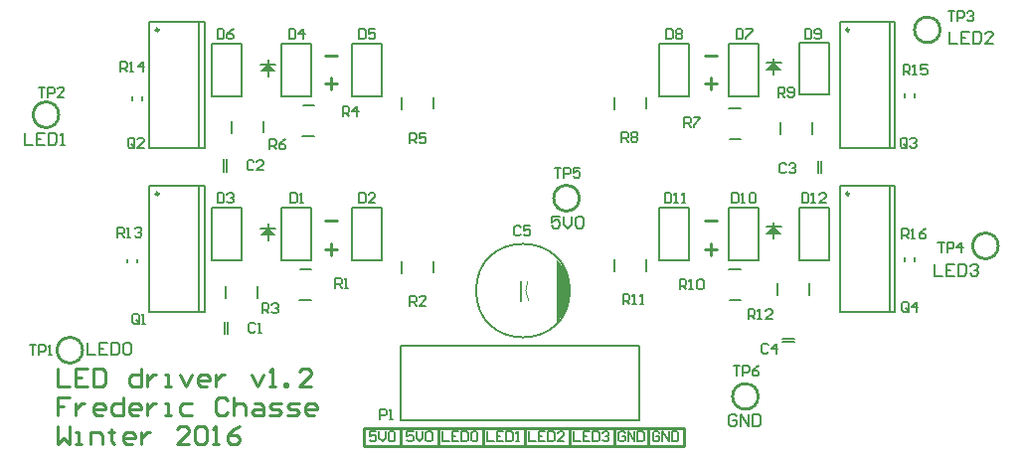
<source format=gto>
G04 Layer_Color=65535*
%FSLAX23Y23*%
%MOIN*%
G70*
G01*
G75*
%ADD24C,0.010*%
%ADD25C,0.010*%
%ADD26C,0.004*%
%ADD27C,0.005*%
%ADD28C,0.008*%
G36*
X1143Y725D02*
X1087Y725D01*
X1115Y752D01*
X1143Y725D01*
D02*
G37*
G36*
X2096Y633D02*
Y627D01*
X2109Y614D01*
Y605D01*
X2110D01*
X2114Y601D01*
Y593D01*
X2121Y586D01*
Y567D01*
X2125Y563D01*
Y512D01*
X2120Y507D01*
Y492D01*
X2113Y485D01*
X2114Y484D01*
Y475D01*
X2105Y466D01*
Y460D01*
X2094Y449D01*
Y443D01*
X2085Y434D01*
X2084D01*
Y645D01*
X2096Y633D01*
D02*
G37*
G36*
X2838Y730D02*
X2783Y730D01*
X2810Y757D01*
X2838Y730D01*
D02*
G37*
G36*
Y1280D02*
X2783Y1280D01*
X2810Y1308D01*
X2838Y1280D01*
D02*
G37*
G36*
X1143Y1275D02*
X1087Y1275D01*
X1115Y1303D01*
X1143Y1275D01*
D02*
G37*
D24*
X2758Y185D02*
G03*
X2758Y185I-43J0D01*
G01*
X2158Y850D02*
G03*
X2158Y850I-43J0D01*
G01*
X3563Y690D02*
G03*
X3563Y690I-43J0D01*
G01*
X3368Y1415D02*
G03*
X3368Y1415I-43J0D01*
G01*
X413Y1130D02*
G03*
X413Y1130I-43J0D01*
G01*
X493Y340D02*
G03*
X493Y340I-43J0D01*
G01*
X2580Y775D02*
X2620D01*
X2580Y680D02*
X2620D01*
X2600Y660D02*
Y700D01*
X2580Y1330D02*
X2620D01*
X2580Y1235D02*
X2620D01*
X2600Y1215D02*
Y1255D01*
X2390Y20D02*
Y80D01*
X2510Y20D02*
Y80D01*
X2275Y20D02*
Y80D01*
X2125Y20D02*
Y80D01*
X1975Y20D02*
Y80D01*
X1835Y20D02*
Y80D01*
X1685Y20D02*
Y80D01*
X1435Y20D02*
Y80D01*
X1560Y20D02*
Y80D01*
X1435Y20D02*
X2510D01*
X1435Y80D02*
X2510D01*
X1325Y660D02*
Y700D01*
X1305Y680D02*
X1345D01*
X1305Y775D02*
X1345D01*
X1305Y1330D02*
X1345D01*
X1305Y1235D02*
X1345D01*
X1325Y1215D02*
Y1255D01*
X410Y277D02*
Y217D01*
X450D01*
X510Y277D02*
X470D01*
Y217D01*
X510D01*
X470Y247D02*
X490D01*
X530Y277D02*
Y217D01*
X560D01*
X570Y227D01*
Y267D01*
X560Y277D01*
X530D01*
X690D02*
Y217D01*
X660D01*
X650Y227D01*
Y247D01*
X660Y257D01*
X690D01*
X710D02*
Y217D01*
Y237D01*
X720Y247D01*
X730Y257D01*
X740D01*
X770Y217D02*
X790D01*
X780D01*
Y257D01*
X770D01*
X820D02*
X840Y217D01*
X860Y257D01*
X910Y217D02*
X890D01*
X880Y227D01*
Y247D01*
X890Y257D01*
X910D01*
X920Y247D01*
Y237D01*
X880D01*
X940Y257D02*
Y217D01*
Y237D01*
X950Y247D01*
X960Y257D01*
X970D01*
X1060D02*
X1080Y217D01*
X1100Y257D01*
X1120Y217D02*
X1140D01*
X1130D01*
Y277D01*
X1120Y267D01*
X1170Y217D02*
Y227D01*
X1180D01*
Y217D01*
X1170D01*
X1260D02*
X1220D01*
X1260Y257D01*
Y267D01*
X1250Y277D01*
X1230D01*
X1220Y267D01*
X450Y181D02*
X410D01*
Y151D01*
X430D01*
X410D01*
Y121D01*
X470Y161D02*
Y121D01*
Y141D01*
X480Y151D01*
X490Y161D01*
X500D01*
X560Y121D02*
X540D01*
X530Y131D01*
Y151D01*
X540Y161D01*
X560D01*
X570Y151D01*
Y141D01*
X530D01*
X630Y181D02*
Y121D01*
X600D01*
X590Y131D01*
Y151D01*
X600Y161D01*
X630D01*
X680Y121D02*
X660D01*
X650Y131D01*
Y151D01*
X660Y161D01*
X680D01*
X690Y151D01*
Y141D01*
X650D01*
X710Y161D02*
Y121D01*
Y141D01*
X720Y151D01*
X730Y161D01*
X740D01*
X770Y121D02*
X790D01*
X780D01*
Y161D01*
X770D01*
X860D02*
X830D01*
X820Y151D01*
Y131D01*
X830Y121D01*
X860D01*
X980Y171D02*
X970Y181D01*
X950D01*
X940Y171D01*
Y131D01*
X950Y121D01*
X970D01*
X980Y131D01*
X1000Y181D02*
Y121D01*
Y151D01*
X1010Y161D01*
X1030D01*
X1040Y151D01*
Y121D01*
X1070Y161D02*
X1090D01*
X1100Y151D01*
Y121D01*
X1070D01*
X1060Y131D01*
X1070Y141D01*
X1100D01*
X1120Y121D02*
X1150D01*
X1160Y131D01*
X1150Y141D01*
X1130D01*
X1120Y151D01*
X1130Y161D01*
X1160D01*
X1180Y121D02*
X1210D01*
X1220Y131D01*
X1210Y141D01*
X1190D01*
X1180Y151D01*
X1190Y161D01*
X1220D01*
X1270Y121D02*
X1250D01*
X1240Y131D01*
Y151D01*
X1250Y161D01*
X1270D01*
X1280Y151D01*
Y141D01*
X1240D01*
X410Y85D02*
Y25D01*
X430Y45D01*
X450Y25D01*
Y85D01*
X470Y25D02*
X490D01*
X480D01*
Y65D01*
X470D01*
X520Y25D02*
Y65D01*
X550D01*
X560Y55D01*
Y25D01*
X590Y75D02*
Y65D01*
X580D01*
X600D01*
X590D01*
Y35D01*
X600Y25D01*
X660D02*
X640D01*
X630Y35D01*
Y55D01*
X640Y65D01*
X660D01*
X670Y55D01*
Y45D01*
X630D01*
X690Y65D02*
Y25D01*
Y45D01*
X700Y55D01*
X710Y65D01*
X720D01*
X850Y25D02*
X810D01*
X850Y65D01*
Y75D01*
X840Y85D01*
X820D01*
X810Y75D01*
X870D02*
X880Y85D01*
X900D01*
X910Y75D01*
Y35D01*
X900Y25D01*
X880D01*
X870Y35D01*
Y75D01*
X930Y25D02*
X950D01*
X940D01*
Y85D01*
X930Y75D01*
X1020Y85D02*
X1000Y75D01*
X980Y55D01*
Y35D01*
X990Y25D01*
X1010D01*
X1020Y35D01*
Y45D01*
X1010Y55D01*
X980D01*
D25*
X3063Y865D02*
G03*
X3063Y865I-5J0D01*
G01*
Y1415D02*
G03*
X3063Y1415I-5J0D01*
G01*
X748D02*
G03*
X748Y1415I-5J0D01*
G01*
Y865D02*
G03*
X748Y865I-5J0D01*
G01*
D26*
X1985Y571D02*
G03*
X1987Y508I62J-29D01*
G01*
D27*
X2126Y540D02*
G03*
X2126Y540I-157J0D01*
G01*
X2425Y817D02*
X2525D01*
X2425Y643D02*
Y817D01*
Y643D02*
X2525D01*
Y817D01*
X2660D02*
X2760D01*
X2660Y643D02*
Y817D01*
Y643D02*
X2760D01*
Y817D01*
X2425Y1367D02*
X2525D01*
X2425Y1193D02*
Y1367D01*
Y1193D02*
X2525D01*
Y1367D01*
X2660D02*
X2760D01*
X2660Y1193D02*
Y1367D01*
Y1193D02*
X2760D01*
Y1367D01*
X1395D02*
X1495D01*
X1395Y1193D02*
Y1367D01*
Y1193D02*
X1495D01*
Y1367D01*
X1160D02*
X1260D01*
X1160Y1193D02*
Y1367D01*
Y1193D02*
X1260D01*
Y1367D01*
X1395Y817D02*
X1495D01*
X1395Y643D02*
Y817D01*
Y643D02*
X1495D01*
Y817D01*
X1160D02*
X1260D01*
X1160Y643D02*
Y817D01*
Y643D02*
X1260D01*
Y817D01*
X2383Y606D02*
Y644D01*
X2277Y605D02*
Y645D01*
X2383Y1151D02*
Y1189D01*
X2277Y1150D02*
Y1190D01*
X1668Y1151D02*
Y1189D01*
X1562Y1150D02*
Y1190D01*
X1668Y601D02*
Y639D01*
X1562Y600D02*
Y640D01*
X2660Y613D02*
X2700D01*
X2661Y507D02*
X2699D01*
X2660Y1153D02*
X2700D01*
X2661Y1047D02*
X2699D01*
X1230Y1057D02*
X1270D01*
X1231Y1163D02*
X1269D01*
X1220Y507D02*
X1260D01*
X1221Y613D02*
X1259D01*
X980Y395D02*
Y436D01*
X970Y395D02*
Y436D01*
X975Y940D02*
Y981D01*
X965Y940D02*
Y981D01*
X2960Y934D02*
Y975D01*
X2970Y934D02*
Y975D01*
X2839Y380D02*
X2880D01*
X2839Y370D02*
X2880D01*
X1961Y506D02*
Y573D01*
X676Y634D02*
Y646D01*
X644Y634D02*
Y646D01*
X691Y1179D02*
Y1191D01*
X659Y1179D02*
Y1191D01*
X3281Y1189D02*
Y1201D01*
X3249Y1189D02*
Y1201D01*
X3281Y639D02*
Y651D01*
X3249Y639D02*
Y651D01*
X1115Y1260D02*
Y1280D01*
X1090Y1300D02*
X1140D01*
X1115D02*
Y1315D01*
Y750D02*
Y765D01*
X1090Y750D02*
X1140D01*
X1115Y710D02*
Y730D01*
X2810Y1305D02*
Y1320D01*
X2785Y1305D02*
X2835D01*
X2810Y1265D02*
Y1285D01*
Y755D02*
Y770D01*
X2785Y755D02*
X2835D01*
X2810Y715D02*
Y735D01*
X925Y817D02*
X1025D01*
X925Y643D02*
Y817D01*
Y643D02*
X1025D01*
Y817D01*
X925Y1367D02*
X1025D01*
X925Y1193D02*
Y1367D01*
Y1193D02*
X1025D01*
Y1367D01*
X2895Y1372D02*
X2995D01*
X2895Y1198D02*
Y1372D01*
Y1198D02*
X2995D01*
Y1372D01*
X2895Y817D02*
X2995D01*
X2895Y643D02*
Y817D01*
Y643D02*
X2995D01*
Y817D01*
X1078Y516D02*
Y554D01*
X972Y515D02*
Y555D01*
X1098Y1071D02*
Y1109D01*
X992Y1070D02*
Y1110D01*
X2938Y1066D02*
Y1104D01*
X2832Y1065D02*
Y1105D01*
X2928Y526D02*
Y564D01*
X2822Y525D02*
Y565D01*
X3240Y715D02*
Y747D01*
X3256D01*
X3261Y742D01*
Y731D01*
X3256Y726D01*
X3240D01*
X3251D02*
X3261Y715D01*
X3272D02*
X3283D01*
X3277D01*
Y747D01*
X3272Y742D01*
X3320Y747D02*
X3309Y742D01*
X3299Y731D01*
Y720D01*
X3304Y715D01*
X3315D01*
X3320Y720D01*
Y726D01*
X3315Y731D01*
X3299D01*
X3245Y1265D02*
Y1297D01*
X3261D01*
X3266Y1292D01*
Y1281D01*
X3261Y1276D01*
X3245D01*
X3256D02*
X3266Y1265D01*
X3277D02*
X3288D01*
X3282D01*
Y1297D01*
X3277Y1292D01*
X3325Y1297D02*
X3304D01*
Y1281D01*
X3314Y1286D01*
X3320D01*
X3325Y1281D01*
Y1270D01*
X3320Y1265D01*
X3309D01*
X3304Y1270D01*
X620Y1275D02*
Y1307D01*
X636D01*
X641Y1302D01*
Y1291D01*
X636Y1286D01*
X620D01*
X631D02*
X641Y1275D01*
X652D02*
X663D01*
X657D01*
Y1307D01*
X652Y1302D01*
X695Y1275D02*
Y1307D01*
X679Y1291D01*
X700D01*
X610Y720D02*
Y752D01*
X626D01*
X631Y747D01*
Y736D01*
X626Y731D01*
X610D01*
X621D02*
X631Y720D01*
X642D02*
X653D01*
X647D01*
Y752D01*
X642Y747D01*
X669D02*
X674Y752D01*
X685D01*
X690Y747D01*
Y741D01*
X685Y736D01*
X679D01*
X685D01*
X690Y731D01*
Y725D01*
X685Y720D01*
X674D01*
X669Y725D01*
X1961Y752D02*
X1956Y757D01*
X1945D01*
X1940Y752D01*
Y730D01*
X1945Y725D01*
X1956D01*
X1961Y730D01*
X1993Y757D02*
X1972D01*
Y741D01*
X1983Y746D01*
X1988D01*
X1993Y741D01*
Y730D01*
X1988Y725D01*
X1977D01*
X1972Y730D01*
X2791Y357D02*
X2786Y362D01*
X2775D01*
X2770Y357D01*
Y335D01*
X2775Y330D01*
X2786D01*
X2791Y335D01*
X2818Y330D02*
Y362D01*
X2802Y346D01*
X2823D01*
X2851Y962D02*
X2846Y967D01*
X2835D01*
X2830Y962D01*
Y940D01*
X2835Y935D01*
X2846D01*
X2851Y940D01*
X2862Y962D02*
X2867Y967D01*
X2878D01*
X2883Y962D01*
Y956D01*
X2878Y951D01*
X2873D01*
X2878D01*
X2883Y946D01*
Y940D01*
X2878Y935D01*
X2867D01*
X2862Y940D01*
X1066Y972D02*
X1061Y977D01*
X1050D01*
X1045Y972D01*
Y950D01*
X1050Y945D01*
X1061D01*
X1066Y950D01*
X1098Y945D02*
X1077D01*
X1098Y966D01*
Y972D01*
X1093Y977D01*
X1082D01*
X1077Y972D01*
X1071Y427D02*
X1066Y432D01*
X1055D01*
X1050Y427D01*
Y405D01*
X1055Y400D01*
X1066D01*
X1071Y405D01*
X1082Y400D02*
X1093D01*
X1087D01*
Y432D01*
X1082Y427D01*
X1490Y110D02*
Y142D01*
X1506D01*
X1511Y137D01*
Y126D01*
X1506Y121D01*
X1490D01*
X1522Y110D02*
X1533D01*
X1527D01*
Y142D01*
X1522Y137D01*
X681Y435D02*
Y457D01*
X676Y462D01*
X665D01*
X660Y457D01*
Y435D01*
X665Y430D01*
X676D01*
X671Y441D02*
X681Y430D01*
X676D02*
X681Y435D01*
X692Y430D02*
X703D01*
X697D01*
Y462D01*
X692Y457D01*
X666Y1025D02*
Y1047D01*
X661Y1052D01*
X650D01*
X645Y1047D01*
Y1025D01*
X650Y1020D01*
X661D01*
X656Y1031D02*
X666Y1020D01*
X661D02*
X666Y1025D01*
X698Y1020D02*
X677D01*
X698Y1041D01*
Y1047D01*
X693Y1052D01*
X682D01*
X677Y1047D01*
X3256Y1025D02*
Y1047D01*
X3251Y1052D01*
X3240D01*
X3235Y1047D01*
Y1025D01*
X3240Y1020D01*
X3251D01*
X3246Y1031D02*
X3256Y1020D01*
X3251D02*
X3256Y1025D01*
X3267Y1047D02*
X3272Y1052D01*
X3283D01*
X3288Y1047D01*
Y1041D01*
X3283Y1036D01*
X3278D01*
X3283D01*
X3288Y1031D01*
Y1025D01*
X3283Y1020D01*
X3272D01*
X3267Y1025D01*
X3261Y475D02*
Y497D01*
X3256Y502D01*
X3245D01*
X3240Y497D01*
Y475D01*
X3245Y470D01*
X3256D01*
X3251Y481D02*
X3261Y470D01*
X3256D02*
X3261Y475D01*
X3288Y470D02*
Y502D01*
X3272Y486D01*
X3293D01*
X1340Y550D02*
Y582D01*
X1356D01*
X1361Y577D01*
Y566D01*
X1356Y561D01*
X1340D01*
X1351D02*
X1361Y550D01*
X1372D02*
X1383D01*
X1377D01*
Y582D01*
X1372Y577D01*
X1365Y1125D02*
Y1157D01*
X1381D01*
X1386Y1152D01*
Y1141D01*
X1381Y1136D01*
X1365D01*
X1376D02*
X1386Y1125D01*
X1413D02*
Y1157D01*
X1397Y1141D01*
X1418D01*
X2510Y1090D02*
Y1122D01*
X2526D01*
X2531Y1117D01*
Y1106D01*
X2526Y1101D01*
X2510D01*
X2521D02*
X2531Y1090D01*
X2542Y1122D02*
X2563D01*
Y1117D01*
X2542Y1095D01*
Y1090D01*
X2495Y545D02*
Y577D01*
X2511D01*
X2516Y572D01*
Y561D01*
X2511Y556D01*
X2495D01*
X2506D02*
X2516Y545D01*
X2527D02*
X2538D01*
X2532D01*
Y577D01*
X2527Y572D01*
X2554D02*
X2559Y577D01*
X2570D01*
X2575Y572D01*
Y550D01*
X2570Y545D01*
X2559D01*
X2554Y550D01*
Y572D01*
X315Y357D02*
X336D01*
X326D01*
Y325D01*
X347D02*
Y357D01*
X363D01*
X368Y352D01*
Y341D01*
X363Y336D01*
X347D01*
X379Y325D02*
X390D01*
X384D01*
Y357D01*
X379Y352D01*
X345Y1222D02*
X366D01*
X356D01*
Y1190D01*
X377D02*
Y1222D01*
X393D01*
X398Y1217D01*
Y1206D01*
X393Y1201D01*
X377D01*
X430Y1190D02*
X409D01*
X430Y1211D01*
Y1217D01*
X425Y1222D01*
X414D01*
X409Y1217D01*
X3395Y1477D02*
X3416D01*
X3406D01*
Y1445D01*
X3427D02*
Y1477D01*
X3443D01*
X3448Y1472D01*
Y1461D01*
X3443Y1456D01*
X3427D01*
X3459Y1472D02*
X3464Y1477D01*
X3475D01*
X3480Y1472D01*
Y1466D01*
X3475Y1461D01*
X3470D01*
X3475D01*
X3480Y1456D01*
Y1450D01*
X3475Y1445D01*
X3464D01*
X3459Y1450D01*
X3360Y702D02*
X3381D01*
X3371D01*
Y670D01*
X3392D02*
Y702D01*
X3408D01*
X3413Y697D01*
Y686D01*
X3408Y681D01*
X3392D01*
X3440Y670D02*
Y702D01*
X3424Y686D01*
X3445D01*
X2075Y952D02*
X2096D01*
X2086D01*
Y920D01*
X2107D02*
Y952D01*
X2123D01*
X2128Y947D01*
Y936D01*
X2123Y931D01*
X2107D01*
X2160Y952D02*
X2139D01*
Y936D01*
X2150Y941D01*
X2155D01*
X2160Y936D01*
Y925D01*
X2155Y920D01*
X2144D01*
X2139Y925D01*
X2675Y287D02*
X2696D01*
X2686D01*
Y255D01*
X2707D02*
Y287D01*
X2723D01*
X2728Y282D01*
Y271D01*
X2723Y266D01*
X2707D01*
X2760Y287D02*
X2750Y282D01*
X2739Y271D01*
Y260D01*
X2744Y255D01*
X2755D01*
X2760Y260D01*
Y266D01*
X2755Y271D01*
X2739D01*
X1590Y490D02*
Y522D01*
X1606D01*
X1611Y517D01*
Y506D01*
X1606Y501D01*
X1590D01*
X1601D02*
X1611Y490D01*
X1643D02*
X1622D01*
X1643Y511D01*
Y517D01*
X1638Y522D01*
X1627D01*
X1622Y517D01*
X1590Y1035D02*
Y1067D01*
X1606D01*
X1611Y1062D01*
Y1051D01*
X1606Y1046D01*
X1590D01*
X1601D02*
X1611Y1035D01*
X1643Y1067D02*
X1622D01*
Y1051D01*
X1633Y1056D01*
X1638D01*
X1643Y1051D01*
Y1040D01*
X1638Y1035D01*
X1627D01*
X1622Y1040D01*
X2300Y1040D02*
Y1072D01*
X2316D01*
X2321Y1067D01*
Y1056D01*
X2316Y1051D01*
X2300D01*
X2311D02*
X2321Y1040D01*
X2332Y1067D02*
X2337Y1072D01*
X2348D01*
X2353Y1067D01*
Y1061D01*
X2348Y1056D01*
X2353Y1051D01*
Y1045D01*
X2348Y1040D01*
X2337D01*
X2332Y1045D01*
Y1051D01*
X2337Y1056D01*
X2332Y1061D01*
Y1067D01*
X2337Y1056D02*
X2348D01*
X2305Y495D02*
Y527D01*
X2321D01*
X2326Y522D01*
Y511D01*
X2321Y506D01*
X2305D01*
X2316D02*
X2326Y495D01*
X2337D02*
X2348D01*
X2342D01*
Y527D01*
X2337Y522D01*
X2364Y495D02*
X2374D01*
X2369D01*
Y527D01*
X2364Y522D01*
X1190Y867D02*
Y835D01*
X1206D01*
X1211Y840D01*
Y862D01*
X1206Y867D01*
X1190D01*
X1222Y835D02*
X1233D01*
X1227D01*
Y867D01*
X1222Y862D01*
X1420Y867D02*
Y835D01*
X1436D01*
X1441Y840D01*
Y862D01*
X1436Y867D01*
X1420D01*
X1473Y835D02*
X1452D01*
X1473Y856D01*
Y862D01*
X1468Y867D01*
X1457D01*
X1452Y862D01*
X1185Y1417D02*
Y1385D01*
X1201D01*
X1206Y1390D01*
Y1412D01*
X1201Y1417D01*
X1185D01*
X1233Y1385D02*
Y1417D01*
X1217Y1401D01*
X1238D01*
X1420Y1417D02*
Y1385D01*
X1436D01*
X1441Y1390D01*
Y1412D01*
X1436Y1417D01*
X1420D01*
X1473D02*
X1452D01*
Y1401D01*
X1463Y1406D01*
X1468D01*
X1473Y1401D01*
Y1390D01*
X1468Y1385D01*
X1457D01*
X1452Y1390D01*
X2685Y1417D02*
Y1385D01*
X2701D01*
X2706Y1390D01*
Y1412D01*
X2701Y1417D01*
X2685D01*
X2717D02*
X2738D01*
Y1412D01*
X2717Y1390D01*
Y1385D01*
X2450Y1417D02*
Y1385D01*
X2466D01*
X2471Y1390D01*
Y1412D01*
X2466Y1417D01*
X2450D01*
X2482Y1412D02*
X2487Y1417D01*
X2498D01*
X2503Y1412D01*
Y1406D01*
X2498Y1401D01*
X2503Y1396D01*
Y1390D01*
X2498Y1385D01*
X2487D01*
X2482Y1390D01*
Y1396D01*
X2487Y1401D01*
X2482Y1406D01*
Y1412D01*
X2487Y1401D02*
X2498D01*
X2670Y867D02*
Y835D01*
X2686D01*
X2691Y840D01*
Y862D01*
X2686Y867D01*
X2670D01*
X2702Y835D02*
X2713D01*
X2707D01*
Y867D01*
X2702Y862D01*
X2729D02*
X2734Y867D01*
X2745D01*
X2750Y862D01*
Y840D01*
X2745Y835D01*
X2734D01*
X2729Y840D01*
Y862D01*
X2445Y867D02*
Y835D01*
X2461D01*
X2466Y840D01*
Y862D01*
X2461Y867D01*
X2445D01*
X2477Y835D02*
X2488D01*
X2482D01*
Y867D01*
X2477Y862D01*
X2504Y835D02*
X2514D01*
X2509D01*
Y867D01*
X2504Y862D01*
X945Y867D02*
Y835D01*
X961D01*
X966Y840D01*
Y862D01*
X961Y867D01*
X945D01*
X977Y862D02*
X982Y867D01*
X993D01*
X998Y862D01*
Y856D01*
X993Y851D01*
X988D01*
X993D01*
X998Y846D01*
Y840D01*
X993Y835D01*
X982D01*
X977Y840D01*
X945Y1417D02*
Y1385D01*
X961D01*
X966Y1390D01*
Y1412D01*
X961Y1417D01*
X945D01*
X998D02*
X988Y1412D01*
X977Y1401D01*
Y1390D01*
X982Y1385D01*
X993D01*
X998Y1390D01*
Y1396D01*
X993Y1401D01*
X977D01*
X2915Y1417D02*
Y1385D01*
X2931D01*
X2936Y1390D01*
Y1412D01*
X2931Y1417D01*
X2915D01*
X2947Y1390D02*
X2952Y1385D01*
X2963D01*
X2968Y1390D01*
Y1412D01*
X2963Y1417D01*
X2952D01*
X2947Y1412D01*
Y1406D01*
X2952Y1401D01*
X2968D01*
X2905Y867D02*
Y835D01*
X2921D01*
X2926Y840D01*
Y862D01*
X2921Y867D01*
X2905D01*
X2937Y835D02*
X2948D01*
X2942D01*
Y867D01*
X2937Y862D01*
X2985Y835D02*
X2964D01*
X2985Y856D01*
Y862D01*
X2980Y867D01*
X2969D01*
X2964Y862D01*
X1095Y465D02*
Y497D01*
X1111D01*
X1116Y492D01*
Y481D01*
X1111Y476D01*
X1095D01*
X1106D02*
X1116Y465D01*
X1127Y492D02*
X1132Y497D01*
X1143D01*
X1148Y492D01*
Y486D01*
X1143Y481D01*
X1138D01*
X1143D01*
X1148Y476D01*
Y470D01*
X1143Y465D01*
X1132D01*
X1127Y470D01*
X1120Y1015D02*
Y1047D01*
X1136D01*
X1141Y1042D01*
Y1031D01*
X1136Y1026D01*
X1120D01*
X1131D02*
X1141Y1015D01*
X1173Y1047D02*
X1163Y1042D01*
X1152Y1031D01*
Y1020D01*
X1157Y1015D01*
X1168D01*
X1173Y1020D01*
Y1026D01*
X1168Y1031D01*
X1152D01*
X2825Y1190D02*
Y1222D01*
X2841D01*
X2846Y1217D01*
Y1206D01*
X2841Y1201D01*
X2825D01*
X2836D02*
X2846Y1190D01*
X2857Y1195D02*
X2862Y1190D01*
X2873D01*
X2878Y1195D01*
Y1217D01*
X2873Y1222D01*
X2862D01*
X2857Y1217D01*
Y1211D01*
X2862Y1206D01*
X2878D01*
X2725Y445D02*
Y477D01*
X2741D01*
X2746Y472D01*
Y461D01*
X2741Y456D01*
X2725D01*
X2736D02*
X2746Y445D01*
X2757D02*
X2768D01*
X2762D01*
Y477D01*
X2757Y472D01*
X2805Y445D02*
X2784D01*
X2805Y466D01*
Y472D01*
X2800Y477D01*
X2789D01*
X2784Y472D01*
X2426Y62D02*
X2421Y67D01*
X2410D01*
X2405Y62D01*
Y40D01*
X2410Y35D01*
X2421D01*
X2426Y40D01*
Y51D01*
X2416D01*
X2437Y35D02*
Y67D01*
X2458Y35D01*
Y67D01*
X2469D02*
Y35D01*
X2485D01*
X2490Y40D01*
Y62D01*
X2485Y67D01*
X2469D01*
X2311Y62D02*
X2306Y67D01*
X2295D01*
X2290Y62D01*
Y40D01*
X2295Y35D01*
X2306D01*
X2311Y40D01*
Y51D01*
X2301D01*
X2322Y35D02*
Y67D01*
X2343Y35D01*
Y67D01*
X2354D02*
Y35D01*
X2370D01*
X2375Y40D01*
Y62D01*
X2370Y67D01*
X2354D01*
X2140D02*
Y35D01*
X2161D01*
X2193Y67D02*
X2172D01*
Y35D01*
X2193D01*
X2172Y51D02*
X2183D01*
X2204Y67D02*
Y35D01*
X2220D01*
X2225Y40D01*
Y62D01*
X2220Y67D01*
X2204D01*
X2236Y62D02*
X2241Y67D01*
X2252D01*
X2257Y62D01*
Y56D01*
X2252Y51D01*
X2247D01*
X2252D01*
X2257Y46D01*
Y40D01*
X2252Y35D01*
X2241D01*
X2236Y40D01*
X1990Y67D02*
Y35D01*
X2011D01*
X2043Y67D02*
X2022D01*
Y35D01*
X2043D01*
X2022Y51D02*
X2033D01*
X2054Y67D02*
Y35D01*
X2070D01*
X2075Y40D01*
Y62D01*
X2070Y67D01*
X2054D01*
X2107Y35D02*
X2086D01*
X2107Y56D01*
Y62D01*
X2102Y67D01*
X2091D01*
X2086Y62D01*
X1850Y67D02*
Y35D01*
X1871D01*
X1903Y67D02*
X1882D01*
Y35D01*
X1903D01*
X1882Y51D02*
X1893D01*
X1914Y67D02*
Y35D01*
X1930D01*
X1935Y40D01*
Y62D01*
X1930Y67D01*
X1914D01*
X1946Y35D02*
X1957D01*
X1951D01*
Y67D01*
X1946Y62D01*
X1700Y67D02*
Y35D01*
X1721D01*
X1753Y67D02*
X1732D01*
Y35D01*
X1753D01*
X1732Y51D02*
X1743D01*
X1764Y67D02*
Y35D01*
X1780D01*
X1785Y40D01*
Y62D01*
X1780Y67D01*
X1764D01*
X1796Y62D02*
X1801Y67D01*
X1812D01*
X1817Y62D01*
Y40D01*
X1812Y35D01*
X1801D01*
X1796Y40D01*
Y62D01*
X1601Y67D02*
X1580D01*
Y51D01*
X1591Y56D01*
X1596D01*
X1601Y51D01*
Y40D01*
X1596Y35D01*
X1585D01*
X1580Y40D01*
X1612Y67D02*
Y46D01*
X1623Y35D01*
X1633Y46D01*
Y67D01*
X1644Y62D02*
X1649Y67D01*
X1660D01*
X1665Y62D01*
Y40D01*
X1660Y35D01*
X1649D01*
X1644Y40D01*
Y62D01*
X1476Y67D02*
X1455D01*
Y51D01*
X1466Y56D01*
X1471D01*
X1476Y51D01*
Y40D01*
X1471Y35D01*
X1460D01*
X1455Y40D01*
X1487Y67D02*
Y46D01*
X1498Y35D01*
X1508Y46D01*
Y67D01*
X1519Y62D02*
X1524Y67D01*
X1535D01*
X1540Y62D01*
Y40D01*
X1535Y35D01*
X1524D01*
X1519Y40D01*
Y62D01*
X510Y365D02*
Y325D01*
X537D01*
X577Y365D02*
X550D01*
Y325D01*
X577D01*
X550Y345D02*
X563D01*
X590Y365D02*
Y325D01*
X610D01*
X617Y332D01*
Y358D01*
X610Y365D01*
X590D01*
X630Y358D02*
X637Y365D01*
X650D01*
X657Y358D01*
Y332D01*
X650Y325D01*
X637D01*
X630Y332D01*
Y358D01*
X300Y1070D02*
Y1030D01*
X327D01*
X367Y1070D02*
X340D01*
Y1030D01*
X367D01*
X340Y1050D02*
X353D01*
X380Y1070D02*
Y1030D01*
X400D01*
X407Y1037D01*
Y1063D01*
X400Y1070D01*
X380D01*
X420Y1030D02*
X433D01*
X427D01*
Y1070D01*
X420Y1063D01*
X3400Y1410D02*
Y1370D01*
X3427D01*
X3467Y1410D02*
X3440D01*
Y1370D01*
X3467D01*
X3440Y1390D02*
X3453D01*
X3480Y1410D02*
Y1370D01*
X3500D01*
X3507Y1377D01*
Y1403D01*
X3500Y1410D01*
X3480D01*
X3547Y1370D02*
X3520D01*
X3547Y1397D01*
Y1403D01*
X3540Y1410D01*
X3527D01*
X3520Y1403D01*
X3350Y630D02*
Y590D01*
X3377D01*
X3417Y630D02*
X3390D01*
Y590D01*
X3417D01*
X3390Y610D02*
X3403D01*
X3430Y630D02*
Y590D01*
X3450D01*
X3457Y597D01*
Y623D01*
X3450Y630D01*
X3430D01*
X3470Y623D02*
X3477Y630D01*
X3490D01*
X3497Y623D01*
Y617D01*
X3490Y610D01*
X3483D01*
X3490D01*
X3497Y603D01*
Y597D01*
X3490Y590D01*
X3477D01*
X3470Y597D01*
X2092Y790D02*
X2065D01*
Y770D01*
X2078Y777D01*
X2085D01*
X2092Y770D01*
Y757D01*
X2085Y750D01*
X2072D01*
X2065Y757D01*
X2105Y790D02*
Y763D01*
X2118Y750D01*
X2132Y763D01*
Y790D01*
X2145Y783D02*
X2152Y790D01*
X2165D01*
X2172Y783D01*
Y757D01*
X2165Y750D01*
X2152D01*
X2145Y757D01*
Y783D01*
X2687Y118D02*
X2680Y125D01*
X2667D01*
X2660Y118D01*
Y92D01*
X2667Y85D01*
X2680D01*
X2687Y92D01*
Y105D01*
X2673D01*
X2700Y85D02*
Y125D01*
X2727Y85D01*
Y125D01*
X2740D02*
Y85D01*
X2760D01*
X2767Y92D01*
Y118D01*
X2760Y125D01*
X2740D01*
D28*
X3032Y469D02*
X3217D01*
X3032Y891D02*
X3217D01*
X3032Y469D02*
Y891D01*
X3217Y469D02*
Y891D01*
X3198Y469D02*
Y891D01*
X3032Y1019D02*
X3217D01*
X3032Y1441D02*
X3217D01*
X3032Y1019D02*
Y1441D01*
X3217Y1019D02*
Y1441D01*
X3198Y1019D02*
Y1441D01*
X717Y1019D02*
X902D01*
X717Y1441D02*
X902D01*
X717Y1019D02*
Y1441D01*
X902Y1019D02*
Y1441D01*
X883Y1019D02*
Y1441D01*
X717Y469D02*
X902D01*
X717Y891D02*
X902D01*
X717Y469D02*
Y891D01*
X902Y469D02*
Y891D01*
X883Y469D02*
Y891D01*
X1560Y355D02*
X2360D01*
Y105D02*
Y355D01*
X1560Y105D02*
X2360D01*
X1560D02*
Y355D01*
M02*

</source>
